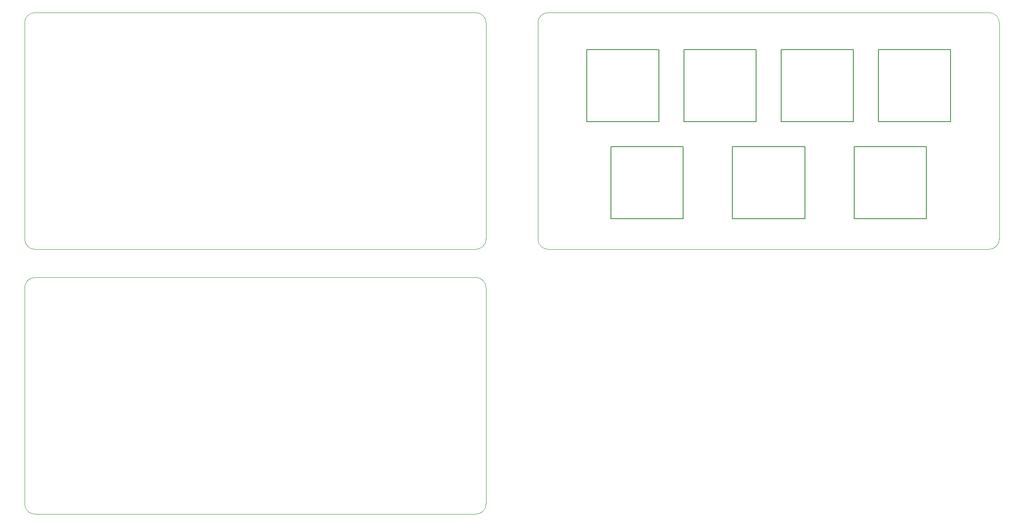
<source format=gbr>
%TF.GenerationSoftware,KiCad,Pcbnew,7.0.8*%
%TF.CreationDate,2023-10-31T17:03:34+08:00*%
%TF.ProjectId,MacroKeypad,4d616372-6f4b-4657-9970-61642e6b6963,rev?*%
%TF.SameCoordinates,Original*%
%TF.FileFunction,Profile,NP*%
%FSLAX46Y46*%
G04 Gerber Fmt 4.6, Leading zero omitted, Abs format (unit mm)*
G04 Created by KiCad (PCBNEW 7.0.8) date 2023-10-31 17:03:34*
%MOMM*%
%LPD*%
G01*
G04 APERTURE LIST*
%TA.AperFunction,Profile*%
%ADD10C,0.100000*%
%TD*%
%TA.AperFunction,Profile*%
%ADD11C,0.150000*%
%TD*%
G04 APERTURE END LIST*
D10*
X61595000Y-90989000D02*
G75*
G03*
X59563000Y-93021000I0J-2032000D01*
G01*
X160139000Y-41021000D02*
X160139000Y-83439000D01*
X59563000Y-41021000D02*
X59563000Y-83439000D01*
X147955000Y-137471000D02*
G75*
G03*
X149987000Y-135439000I0J2032000D01*
G01*
X248531000Y-38989000D02*
X162171000Y-38989000D01*
D11*
X226863000Y-46289000D02*
X241013000Y-46289000D01*
X241013000Y-60389000D01*
X226863000Y-60389000D01*
X226863000Y-46289000D01*
D10*
X250563000Y-83439000D02*
X250563000Y-41021000D01*
X149987000Y-93021000D02*
G75*
G03*
X147955000Y-90989000I-2032000J0D01*
G01*
X59563000Y-93021000D02*
X59563000Y-135439000D01*
D11*
X222094000Y-65339000D02*
X236244000Y-65339000D01*
X236244000Y-79439000D01*
X222094000Y-79439000D01*
X222094000Y-65339000D01*
D10*
X250563000Y-41021000D02*
G75*
G03*
X248531000Y-38989000I-2032000J0D01*
G01*
X248531000Y-85471000D02*
G75*
G03*
X250563000Y-83439000I0J2032000D01*
G01*
D11*
X188763000Y-46289000D02*
X202913000Y-46289000D01*
X202913000Y-60389000D01*
X188763000Y-60389000D01*
X188763000Y-46289000D01*
D10*
X61595000Y-85471000D02*
X147955000Y-85471000D01*
X59563000Y-135439000D02*
G75*
G03*
X61595000Y-137471000I2032000J0D01*
G01*
D11*
X169713000Y-46289000D02*
X183863000Y-46289000D01*
X183863000Y-60389000D01*
X169713000Y-60389000D01*
X169713000Y-46289000D01*
D10*
X61595000Y-137471000D02*
X147955000Y-137471000D01*
X162171000Y-85471000D02*
X248531000Y-85471000D01*
X147955000Y-85471000D02*
G75*
G03*
X149987000Y-83439000I0J2032000D01*
G01*
X149987000Y-83439000D02*
X149987000Y-41021000D01*
X61595000Y-38989000D02*
G75*
G03*
X59563000Y-41021000I0J-2032000D01*
G01*
X149987000Y-41021000D02*
G75*
G03*
X147955000Y-38989000I-2032000J0D01*
G01*
D11*
X207813000Y-46289000D02*
X221963000Y-46289000D01*
X221963000Y-60389000D01*
X207813000Y-60389000D01*
X207813000Y-46289000D01*
D10*
X147955000Y-90989000D02*
X61595000Y-90989000D01*
X149987000Y-135439000D02*
X149987000Y-93021000D01*
D11*
X174469000Y-65339000D02*
X188619000Y-65339000D01*
X188619000Y-79439000D01*
X174469000Y-79439000D01*
X174469000Y-65339000D01*
D10*
X147955000Y-38989000D02*
X61595000Y-38989000D01*
X59563000Y-83439000D02*
G75*
G03*
X61595000Y-85471000I2032000J0D01*
G01*
X160139000Y-83439000D02*
G75*
G03*
X162171000Y-85471000I2032000J0D01*
G01*
X162171000Y-38989000D02*
G75*
G03*
X160139000Y-41021000I0J-2032000D01*
G01*
D11*
X198281000Y-65339000D02*
X212431000Y-65339000D01*
X212431000Y-79439000D01*
X198281000Y-79439000D01*
X198281000Y-65339000D01*
M02*

</source>
